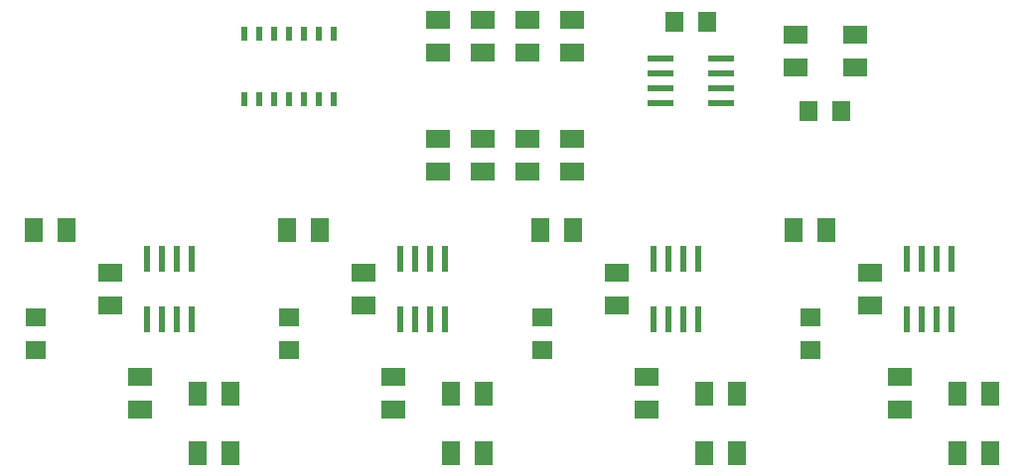
<source format=gtp>
G75*
%MOIN*%
%OFA0B0*%
%FSLAX24Y24*%
%IPPOS*%
%LPD*%
%AMOC8*
5,1,8,0,0,1.08239X$1,22.5*
%
%ADD10R,0.0787X0.0630*%
%ADD11R,0.0630X0.0787*%
%ADD12R,0.0630X0.0709*%
%ADD13R,0.0709X0.0630*%
%ADD14R,0.0236X0.0472*%
%ADD15R,0.0236X0.0866*%
%ADD16R,0.0866X0.0236*%
D10*
X008704Y017169D03*
X008704Y018271D03*
X007704Y020669D03*
X007704Y021771D03*
X016204Y021771D03*
X016204Y020669D03*
X017204Y018271D03*
X017204Y017169D03*
X024704Y020669D03*
X024704Y021771D03*
X025704Y018271D03*
X025704Y017169D03*
X033204Y020669D03*
X033204Y021771D03*
X034204Y018271D03*
X034204Y017169D03*
X023204Y025169D03*
X023204Y026271D03*
X021704Y026271D03*
X020204Y026271D03*
X020204Y025169D03*
X021704Y025169D03*
X018704Y025169D03*
X018704Y026271D03*
X018704Y029169D03*
X018704Y030271D03*
X020204Y030271D03*
X020204Y029169D03*
X021704Y029169D03*
X021704Y030271D03*
X023204Y030271D03*
X023204Y029169D03*
X030704Y028669D03*
X030704Y029771D03*
X032704Y029771D03*
X032704Y028669D03*
D11*
X010653Y015720D03*
X011755Y015720D03*
X011755Y017720D03*
X010653Y017720D03*
X013653Y023220D03*
X014755Y023220D03*
X019153Y017720D03*
X020255Y017720D03*
X020255Y015720D03*
X019153Y015720D03*
X027653Y015720D03*
X028755Y015720D03*
X028755Y017720D03*
X027653Y017720D03*
X030653Y023220D03*
X031755Y023220D03*
X036153Y017720D03*
X037255Y017720D03*
X037255Y015720D03*
X036153Y015720D03*
X023255Y023220D03*
X022153Y023220D03*
X006255Y023220D03*
X005153Y023220D03*
D12*
X026653Y030220D03*
X027755Y030220D03*
X031153Y027220D03*
X032255Y027220D03*
D13*
X031204Y020271D03*
X031204Y019169D03*
X022204Y019169D03*
X022204Y020271D03*
X013704Y020271D03*
X013704Y019169D03*
X005204Y019169D03*
X005204Y020271D03*
D14*
X012204Y027618D03*
X012704Y027618D03*
X013204Y027618D03*
X013704Y027618D03*
X014204Y027618D03*
X014704Y027618D03*
X015204Y027618D03*
X015204Y029822D03*
X014704Y029822D03*
X014204Y029822D03*
X013704Y029822D03*
X013204Y029822D03*
X012704Y029822D03*
X012204Y029822D03*
D15*
X010454Y022244D03*
X009954Y022244D03*
X009454Y022244D03*
X008954Y022244D03*
X008954Y020196D03*
X009454Y020196D03*
X009954Y020196D03*
X010454Y020196D03*
X017454Y020196D03*
X017954Y020196D03*
X018454Y020196D03*
X018954Y020196D03*
X018954Y022244D03*
X018454Y022244D03*
X017954Y022244D03*
X017454Y022244D03*
X025954Y022244D03*
X026454Y022244D03*
X026954Y022244D03*
X027454Y022244D03*
X027454Y020196D03*
X026954Y020196D03*
X026454Y020196D03*
X025954Y020196D03*
X034454Y020196D03*
X034954Y020196D03*
X035454Y020196D03*
X035954Y020196D03*
X035954Y022244D03*
X035454Y022244D03*
X034954Y022244D03*
X034454Y022244D03*
D16*
X028227Y027470D03*
X028227Y027970D03*
X028227Y028470D03*
X028227Y028970D03*
X026180Y028970D03*
X026180Y028470D03*
X026180Y027970D03*
X026180Y027470D03*
M02*

</source>
